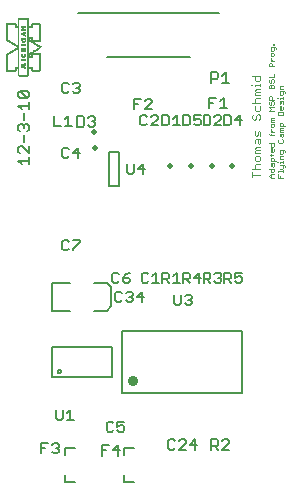
<source format=gto>
G75*
G70*
%OFA0B0*%
%FSLAX24Y24*%
%IPPOS*%
%LPD*%
%AMOC8*
5,1,8,0,0,1.08239X$1,22.5*
%
%ADD10C,0.0040*%
%ADD11C,0.0050*%
%ADD12C,0.0020*%
%ADD13C,0.0080*%
%ADD14C,0.0348*%
%ADD15C,0.0079*%
%ADD16C,0.0197*%
%ADD17R,0.0010X0.0020*%
%ADD18R,0.0010X0.0040*%
%ADD19R,0.0010X0.0610*%
%ADD20R,0.0010X0.0060*%
%ADD21R,0.0010X0.0080*%
%ADD22R,0.0010X0.0090*%
%ADD23R,0.0010X0.0100*%
%ADD24R,0.0010X0.0050*%
%ADD25R,0.0010X0.0140*%
%ADD26R,0.0010X0.0180*%
%ADD27R,0.0010X0.0170*%
%ADD28R,0.0010X0.0160*%
%ADD29R,0.0010X0.1940*%
%ADD30R,0.0010X0.0030*%
%ADD31R,0.0010X0.0110*%
%ADD32R,0.0010X0.0130*%
%ADD33R,0.0010X0.0070*%
%ADD34R,0.0010X0.0150*%
%ADD35R,0.0010X0.0120*%
%ADD36R,0.0010X0.0580*%
%ADD37R,0.0010X0.0570*%
%ADD38R,0.0010X0.0560*%
D10*
X010092Y012405D02*
X010092Y012578D01*
X010092Y012491D02*
X010353Y012491D01*
X010353Y012681D02*
X010092Y012681D01*
X010179Y012724D02*
X010179Y012811D01*
X010223Y012854D01*
X010353Y012854D01*
X010309Y012957D02*
X010223Y012957D01*
X010179Y013001D01*
X010179Y013087D01*
X010223Y013131D01*
X010309Y013131D01*
X010353Y013087D01*
X010353Y013001D01*
X010309Y012957D01*
X010179Y012724D02*
X010223Y012681D01*
X010179Y013233D02*
X010179Y013277D01*
X010223Y013320D01*
X010179Y013363D01*
X010223Y013407D01*
X010353Y013407D01*
X010353Y013320D02*
X010223Y013320D01*
X010179Y013233D02*
X010353Y013233D01*
X010309Y013510D02*
X010266Y013553D01*
X010266Y013683D01*
X010223Y013683D02*
X010353Y013683D01*
X010353Y013553D01*
X010309Y013510D01*
X010179Y013553D02*
X010179Y013640D01*
X010223Y013683D01*
X010223Y013786D02*
X010179Y013829D01*
X010179Y013959D01*
X010266Y013916D02*
X010266Y013829D01*
X010223Y013786D01*
X010353Y013786D02*
X010353Y013916D01*
X010309Y013959D01*
X010266Y013916D01*
X010309Y014338D02*
X010353Y014382D01*
X010353Y014468D01*
X010309Y014512D01*
X010266Y014512D01*
X010223Y014468D01*
X010223Y014382D01*
X010179Y014338D01*
X010136Y014338D01*
X010092Y014382D01*
X010092Y014468D01*
X010136Y014512D01*
X010223Y014614D02*
X010309Y014614D01*
X010353Y014658D01*
X010353Y014788D01*
X010353Y014891D02*
X010092Y014891D01*
X010179Y014934D02*
X010179Y015021D01*
X010223Y015064D01*
X010353Y015064D01*
X010353Y015167D02*
X010179Y015167D01*
X010179Y015210D01*
X010223Y015254D01*
X010179Y015297D01*
X010223Y015340D01*
X010353Y015340D01*
X010353Y015254D02*
X010223Y015254D01*
X010179Y015443D02*
X010179Y015486D01*
X010353Y015486D01*
X010353Y015443D02*
X010353Y015530D01*
X010309Y015627D02*
X010223Y015627D01*
X010179Y015671D01*
X010179Y015801D01*
X010092Y015801D02*
X010353Y015801D01*
X010353Y015671D01*
X010309Y015627D01*
X010092Y015486D02*
X010049Y015486D01*
X010179Y014934D02*
X010223Y014891D01*
X010179Y014788D02*
X010179Y014658D01*
X010223Y014614D01*
D11*
X003051Y003552D02*
X003051Y003208D01*
X003051Y003380D02*
X003165Y003380D01*
X003051Y003552D02*
X003280Y003552D01*
X003413Y003494D02*
X003470Y003552D01*
X003585Y003552D01*
X003642Y003494D01*
X003642Y003437D01*
X003585Y003380D01*
X003642Y003322D01*
X003642Y003265D01*
X003585Y003208D01*
X003470Y003208D01*
X003413Y003265D01*
X003528Y003380D02*
X003585Y003380D01*
X003599Y004315D02*
X003713Y004315D01*
X003771Y004373D01*
X003771Y004659D01*
X003904Y004545D02*
X004019Y004659D01*
X004019Y004315D01*
X004133Y004315D02*
X003904Y004315D01*
X003599Y004315D02*
X003541Y004373D01*
X003541Y004659D01*
X005080Y003478D02*
X005080Y003134D01*
X005080Y003306D02*
X005195Y003306D01*
X005080Y003478D02*
X005309Y003478D01*
X005443Y003306D02*
X005672Y003306D01*
X005615Y003134D02*
X005615Y003478D01*
X005443Y003306D01*
X005400Y003922D02*
X005285Y003922D01*
X005228Y003979D01*
X005228Y004208D01*
X005285Y004266D01*
X005400Y004266D01*
X005457Y004208D01*
X005590Y004266D02*
X005590Y004094D01*
X005705Y004151D01*
X005762Y004151D01*
X005820Y004094D01*
X005820Y003979D01*
X005762Y003922D01*
X005648Y003922D01*
X005590Y003979D01*
X005457Y003979D02*
X005400Y003922D01*
X005590Y004266D02*
X005820Y004266D01*
X007277Y003618D02*
X007277Y003388D01*
X007334Y003331D01*
X007449Y003331D01*
X007506Y003388D01*
X007639Y003331D02*
X007868Y003560D01*
X007868Y003618D01*
X007811Y003675D01*
X007696Y003675D01*
X007639Y003618D01*
X007506Y003618D02*
X007449Y003675D01*
X007334Y003675D01*
X007277Y003618D01*
X007639Y003331D02*
X007868Y003331D01*
X008002Y003503D02*
X008231Y003503D01*
X008174Y003331D02*
X008174Y003675D01*
X008002Y003503D01*
X008722Y003446D02*
X008894Y003446D01*
X008951Y003503D01*
X008951Y003618D01*
X008894Y003675D01*
X008722Y003675D01*
X008722Y003331D01*
X008837Y003446D02*
X008951Y003331D01*
X009084Y003331D02*
X009314Y003560D01*
X009314Y003618D01*
X009256Y003675D01*
X009142Y003675D01*
X009084Y003618D01*
X009084Y003331D02*
X009314Y003331D01*
X008013Y008154D02*
X007898Y008154D01*
X007841Y008211D01*
X007708Y008211D02*
X007708Y008498D01*
X007841Y008440D02*
X007898Y008498D01*
X008013Y008498D01*
X008070Y008440D01*
X008070Y008383D01*
X008013Y008326D01*
X008070Y008268D01*
X008070Y008211D01*
X008013Y008154D01*
X008013Y008326D02*
X007956Y008326D01*
X007708Y008211D02*
X007650Y008154D01*
X007536Y008154D01*
X007478Y008211D01*
X007478Y008498D01*
X007447Y008892D02*
X007676Y008892D01*
X007774Y008892D02*
X007774Y009236D01*
X007946Y009236D01*
X008003Y009179D01*
X008003Y009064D01*
X007946Y009007D01*
X007774Y009007D01*
X007888Y009007D02*
X008003Y008892D01*
X008136Y009064D02*
X008365Y009064D01*
X008463Y009007D02*
X008635Y009007D01*
X008692Y009064D01*
X008692Y009179D01*
X008635Y009236D01*
X008463Y009236D01*
X008463Y008892D01*
X008308Y008892D02*
X008308Y009236D01*
X008136Y009064D01*
X008577Y009007D02*
X008692Y008892D01*
X008825Y008949D02*
X008882Y008892D01*
X008997Y008892D01*
X009054Y008949D01*
X009054Y009007D01*
X008997Y009064D01*
X008940Y009064D01*
X008997Y009064D02*
X009054Y009121D01*
X009054Y009179D01*
X008997Y009236D01*
X008882Y009236D01*
X008825Y009179D01*
X009152Y009236D02*
X009152Y008892D01*
X009152Y009007D02*
X009324Y009007D01*
X009381Y009064D01*
X009381Y009179D01*
X009324Y009236D01*
X009152Y009236D01*
X009266Y009007D02*
X009381Y008892D01*
X009514Y008949D02*
X009571Y008892D01*
X009686Y008892D01*
X009743Y008949D01*
X009743Y009064D01*
X009686Y009121D01*
X009629Y009121D01*
X009514Y009064D01*
X009514Y009236D01*
X009743Y009236D01*
X007562Y009236D02*
X007562Y008892D01*
X007447Y009121D02*
X007562Y009236D01*
X007314Y009179D02*
X007314Y009064D01*
X007257Y009007D01*
X007085Y009007D01*
X007199Y009007D02*
X007314Y008892D01*
X007314Y009179D02*
X007257Y009236D01*
X007085Y009236D01*
X007085Y008892D01*
X006987Y008892D02*
X006758Y008892D01*
X006873Y008892D02*
X006873Y009236D01*
X006758Y009121D01*
X006625Y009179D02*
X006568Y009236D01*
X006453Y009236D01*
X006396Y009179D01*
X006396Y008949D01*
X006453Y008892D01*
X006568Y008892D01*
X006625Y008949D01*
X006407Y008596D02*
X006235Y008424D01*
X006464Y008424D01*
X006407Y008252D02*
X006407Y008596D01*
X006102Y008539D02*
X006102Y008482D01*
X006044Y008424D01*
X006102Y008367D01*
X006102Y008310D01*
X006044Y008252D01*
X005930Y008252D01*
X005872Y008310D01*
X005739Y008310D02*
X005682Y008252D01*
X005567Y008252D01*
X005510Y008310D01*
X005510Y008539D01*
X005567Y008596D01*
X005682Y008596D01*
X005739Y008539D01*
X005872Y008539D02*
X005930Y008596D01*
X006044Y008596D01*
X006102Y008539D01*
X006044Y008424D02*
X005987Y008424D01*
X005946Y008892D02*
X005831Y008892D01*
X005774Y008949D01*
X005774Y009064D01*
X005946Y009064D01*
X006003Y009007D01*
X006003Y008949D01*
X005946Y008892D01*
X005774Y009064D02*
X005889Y009179D01*
X006003Y009236D01*
X005641Y009179D02*
X005583Y009236D01*
X005469Y009236D01*
X005411Y009179D01*
X005411Y008949D01*
X005469Y008892D01*
X005583Y008892D01*
X005641Y008949D01*
X004340Y010267D02*
X004107Y010033D01*
X004107Y009975D01*
X003972Y010033D02*
X003913Y009975D01*
X003797Y009975D01*
X003738Y010033D01*
X003738Y010267D01*
X003797Y010325D01*
X003913Y010325D01*
X003972Y010267D01*
X004107Y010325D02*
X004340Y010325D01*
X004340Y010267D01*
X004273Y013057D02*
X004273Y013401D01*
X004101Y013229D01*
X004330Y013229D01*
X003968Y013115D02*
X003910Y013057D01*
X003796Y013057D01*
X003738Y013115D01*
X003738Y013344D01*
X003796Y013401D01*
X003910Y013401D01*
X003968Y013344D01*
X003955Y014110D02*
X003955Y014454D01*
X003841Y014339D01*
X003841Y014110D02*
X004070Y014110D01*
X004255Y014100D02*
X004255Y014444D01*
X004427Y014444D01*
X004484Y014387D01*
X004484Y014157D01*
X004427Y014100D01*
X004255Y014100D01*
X004617Y014157D02*
X004674Y014100D01*
X004789Y014100D01*
X004846Y014157D01*
X004846Y014215D01*
X004789Y014272D01*
X004732Y014272D01*
X004789Y014272D02*
X004846Y014329D01*
X004846Y014387D01*
X004789Y014444D01*
X004674Y014444D01*
X004617Y014387D01*
X004273Y015223D02*
X004158Y015223D01*
X004101Y015280D01*
X003968Y015280D02*
X003910Y015223D01*
X003796Y015223D01*
X003738Y015280D01*
X003738Y015509D01*
X003796Y015567D01*
X003910Y015567D01*
X003968Y015509D01*
X004101Y015509D02*
X004158Y015567D01*
X004273Y015567D01*
X004330Y015509D01*
X004330Y015452D01*
X004273Y015395D01*
X004330Y015337D01*
X004330Y015280D01*
X004273Y015223D01*
X004273Y015395D02*
X004215Y015395D01*
X003478Y014454D02*
X003478Y014110D01*
X003708Y014110D01*
X002638Y014120D02*
X002638Y014003D01*
X002579Y013945D01*
X002463Y014061D02*
X002463Y014120D01*
X002521Y014178D01*
X002579Y014178D01*
X002638Y014120D01*
X002463Y014120D02*
X002404Y014178D01*
X002346Y014178D01*
X002287Y014120D01*
X002287Y014003D01*
X002346Y013945D01*
X002463Y013810D02*
X002463Y013576D01*
X002404Y013442D02*
X002346Y013442D01*
X002287Y013383D01*
X002287Y013266D01*
X002346Y013208D01*
X002404Y013442D02*
X002638Y013208D01*
X002638Y013442D01*
X002638Y013073D02*
X002638Y012840D01*
X002638Y012956D02*
X002287Y012956D01*
X002404Y012840D01*
X002463Y014313D02*
X002463Y014546D01*
X002404Y014681D02*
X002287Y014798D01*
X002638Y014798D01*
X002638Y014681D02*
X002638Y014915D01*
X002579Y015050D02*
X002638Y015108D01*
X002638Y015225D01*
X002579Y015283D01*
X002346Y015283D01*
X002579Y015050D01*
X002346Y015050D01*
X002287Y015108D01*
X002287Y015225D01*
X002346Y015283D01*
X005904Y012860D02*
X005904Y012573D01*
X005961Y012516D01*
X006076Y012516D01*
X006133Y012573D01*
X006133Y012860D01*
X006266Y012688D02*
X006495Y012688D01*
X006438Y012516D02*
X006438Y012860D01*
X006266Y012688D01*
X006404Y014140D02*
X006346Y014197D01*
X006346Y014427D01*
X006404Y014484D01*
X006518Y014484D01*
X006576Y014427D01*
X006709Y014427D02*
X006766Y014484D01*
X006881Y014484D01*
X006938Y014427D01*
X006938Y014369D01*
X006709Y014140D01*
X006938Y014140D01*
X007085Y014140D02*
X007257Y014140D01*
X007314Y014197D01*
X007314Y014427D01*
X007257Y014484D01*
X007085Y014484D01*
X007085Y014140D01*
X007447Y014140D02*
X007676Y014140D01*
X007774Y014140D02*
X007774Y014484D01*
X007946Y014484D01*
X008003Y014427D01*
X008003Y014197D01*
X007946Y014140D01*
X007774Y014140D01*
X007562Y014140D02*
X007562Y014484D01*
X007447Y014369D01*
X008136Y014312D02*
X008251Y014369D01*
X008308Y014369D01*
X008365Y014312D01*
X008365Y014197D01*
X008308Y014140D01*
X008193Y014140D01*
X008136Y014197D01*
X008136Y014312D02*
X008136Y014484D01*
X008365Y014484D01*
X008463Y014484D02*
X008635Y014484D01*
X008692Y014427D01*
X008692Y014197D01*
X008635Y014140D01*
X008463Y014140D01*
X008463Y014484D01*
X008653Y014720D02*
X008653Y015064D01*
X008882Y015064D01*
X009016Y014949D02*
X009130Y015064D01*
X009130Y014720D01*
X009016Y014720D02*
X009245Y014720D01*
X009324Y014484D02*
X009152Y014484D01*
X009152Y014140D01*
X009324Y014140D01*
X009381Y014197D01*
X009381Y014427D01*
X009324Y014484D01*
X009514Y014312D02*
X009743Y014312D01*
X009686Y014140D02*
X009686Y014484D01*
X009514Y014312D01*
X009054Y014369D02*
X009054Y014427D01*
X008997Y014484D01*
X008882Y014484D01*
X008825Y014427D01*
X009054Y014369D02*
X008825Y014140D01*
X009054Y014140D01*
X008768Y014892D02*
X008653Y014892D01*
X008722Y015567D02*
X008722Y015911D01*
X008894Y015911D01*
X008951Y015854D01*
X008951Y015739D01*
X008894Y015682D01*
X008722Y015682D01*
X009084Y015796D02*
X009199Y015911D01*
X009199Y015567D01*
X009084Y015567D02*
X009314Y015567D01*
X006741Y014968D02*
X006684Y015025D01*
X006569Y015025D01*
X006512Y014968D01*
X006379Y015025D02*
X006150Y015025D01*
X006150Y014681D01*
X006150Y014853D02*
X006264Y014853D01*
X006512Y014681D02*
X006741Y014911D01*
X006741Y014968D01*
X006741Y014681D02*
X006512Y014681D01*
X006576Y014197D02*
X006518Y014140D01*
X006404Y014140D01*
D12*
X010633Y013866D02*
X010663Y013836D01*
X010813Y013836D01*
X010813Y013929D02*
X010693Y013929D01*
X010753Y013929D02*
X010693Y013989D01*
X010693Y014019D01*
X010723Y014083D02*
X010693Y014113D01*
X010693Y014173D01*
X010723Y014203D01*
X010783Y014203D01*
X010813Y014173D01*
X010813Y014113D01*
X010783Y014083D01*
X010723Y014083D01*
X010693Y014267D02*
X010693Y014297D01*
X010723Y014327D01*
X010693Y014357D01*
X010723Y014387D01*
X010813Y014387D01*
X010813Y014327D02*
X010723Y014327D01*
X010693Y014267D02*
X010813Y014267D01*
X010933Y014482D02*
X010933Y014572D01*
X010963Y014602D01*
X011083Y014602D01*
X011113Y014572D01*
X011113Y014482D01*
X010933Y014482D01*
X010813Y014635D02*
X010633Y014635D01*
X010693Y014695D01*
X010633Y014755D01*
X010813Y014755D01*
X010783Y014819D02*
X010813Y014849D01*
X010813Y014909D01*
X010783Y014939D01*
X010753Y014939D01*
X010723Y014909D01*
X010723Y014849D01*
X010693Y014819D01*
X010663Y014819D01*
X010633Y014849D01*
X010633Y014909D01*
X010663Y014939D01*
X010633Y015003D02*
X010633Y015093D01*
X010663Y015123D01*
X010723Y015123D01*
X010753Y015093D01*
X010753Y015003D01*
X010813Y015003D02*
X010633Y015003D01*
X010903Y015064D02*
X010933Y015064D01*
X010993Y015064D02*
X011113Y015064D01*
X011113Y015034D02*
X011113Y015094D01*
X011083Y015157D02*
X011113Y015187D01*
X011113Y015277D01*
X011143Y015277D02*
X010993Y015277D01*
X010993Y015187D01*
X011023Y015157D01*
X011083Y015157D01*
X011173Y015217D02*
X011173Y015247D01*
X011143Y015277D01*
X011113Y015341D02*
X010993Y015341D01*
X010993Y015431D01*
X011023Y015461D01*
X011113Y015461D01*
X010993Y015064D02*
X010993Y015034D01*
X010993Y014970D02*
X010993Y014880D01*
X011023Y014850D01*
X011053Y014880D01*
X011053Y014940D01*
X011083Y014970D01*
X011113Y014940D01*
X011113Y014850D01*
X011053Y014786D02*
X011053Y014666D01*
X011083Y014666D02*
X011023Y014666D01*
X010993Y014696D01*
X010993Y014756D01*
X011023Y014786D01*
X011053Y014786D01*
X011113Y014756D02*
X011113Y014696D01*
X011083Y014666D01*
X011083Y014233D02*
X011023Y014233D01*
X010993Y014203D01*
X010993Y014113D01*
X011173Y014113D01*
X011113Y014113D02*
X011113Y014203D01*
X011083Y014233D01*
X011113Y014049D02*
X011023Y014049D01*
X010993Y014019D01*
X011023Y013989D01*
X011113Y013989D01*
X011113Y013929D02*
X010993Y013929D01*
X010993Y013959D01*
X011023Y013989D01*
X011023Y013865D02*
X011113Y013865D01*
X011113Y013775D01*
X011083Y013745D01*
X011053Y013775D01*
X011053Y013865D01*
X011023Y013865D02*
X010993Y013835D01*
X010993Y013775D01*
X010963Y013681D02*
X010933Y013651D01*
X010933Y013591D01*
X010963Y013561D01*
X011083Y013561D01*
X011113Y013591D01*
X011113Y013651D01*
X011083Y013681D01*
X011113Y013313D02*
X011113Y013223D01*
X011083Y013193D01*
X011023Y013193D01*
X010993Y013223D01*
X010993Y013313D01*
X011143Y013313D01*
X011173Y013283D01*
X011173Y013253D01*
X011113Y013129D02*
X011023Y013129D01*
X010993Y013099D01*
X010993Y013009D01*
X011113Y013009D01*
X011113Y012946D02*
X011113Y012886D01*
X011113Y012916D02*
X010993Y012916D01*
X010993Y012886D01*
X010993Y012822D02*
X011143Y012822D01*
X011173Y012792D01*
X011173Y012762D01*
X011113Y012732D02*
X011113Y012822D01*
X011113Y012732D02*
X011083Y012702D01*
X010993Y012702D01*
X010933Y012609D02*
X011113Y012609D01*
X011113Y012579D02*
X011113Y012639D01*
X011023Y012455D02*
X011023Y012395D01*
X011113Y012395D02*
X010933Y012395D01*
X010933Y012515D01*
X010933Y012579D02*
X010933Y012609D01*
X010813Y012609D02*
X010813Y012699D01*
X010633Y012699D01*
X010693Y012699D02*
X010693Y012609D01*
X010723Y012579D01*
X010783Y012579D01*
X010813Y012609D01*
X010813Y012515D02*
X010693Y012515D01*
X010633Y012455D01*
X010693Y012395D01*
X010813Y012395D01*
X010723Y012395D02*
X010723Y012515D01*
X010783Y012763D02*
X010753Y012793D01*
X010753Y012883D01*
X010723Y012883D02*
X010813Y012883D01*
X010813Y012793D01*
X010783Y012763D01*
X010693Y012793D02*
X010693Y012853D01*
X010723Y012883D01*
X010693Y012947D02*
X010693Y013037D01*
X010723Y013067D01*
X010783Y013067D01*
X010813Y013037D01*
X010813Y012947D01*
X010873Y012947D02*
X010693Y012947D01*
X010693Y013131D02*
X010693Y013191D01*
X010663Y013161D02*
X010783Y013161D01*
X010813Y013191D01*
X010783Y013254D02*
X010723Y013254D01*
X010693Y013284D01*
X010693Y013344D01*
X010723Y013374D01*
X010753Y013374D01*
X010753Y013254D01*
X010783Y013254D02*
X010813Y013284D01*
X010813Y013344D01*
X010783Y013438D02*
X010723Y013438D01*
X010693Y013468D01*
X010693Y013558D01*
X010633Y013558D02*
X010813Y013558D01*
X010813Y013468D01*
X010783Y013438D01*
X010723Y013806D02*
X010723Y013866D01*
X010903Y012916D02*
X010933Y012916D01*
X010813Y015372D02*
X010633Y015372D01*
X010633Y015462D01*
X010663Y015492D01*
X010693Y015492D01*
X010723Y015462D01*
X010723Y015372D01*
X010723Y015462D02*
X010753Y015492D01*
X010783Y015492D01*
X010813Y015462D01*
X010813Y015372D01*
X010783Y015556D02*
X010813Y015586D01*
X010813Y015646D01*
X010783Y015676D01*
X010753Y015676D01*
X010723Y015646D01*
X010723Y015586D01*
X010693Y015556D01*
X010663Y015556D01*
X010633Y015586D01*
X010633Y015646D01*
X010663Y015676D01*
X010633Y015740D02*
X010813Y015740D01*
X010813Y015860D01*
X010813Y016108D02*
X010633Y016108D01*
X010633Y016198D01*
X010663Y016228D01*
X010723Y016228D01*
X010753Y016198D01*
X010753Y016108D01*
X010753Y016292D02*
X010693Y016352D01*
X010693Y016382D01*
X010723Y016446D02*
X010693Y016476D01*
X010693Y016536D01*
X010723Y016566D01*
X010783Y016566D01*
X010813Y016536D01*
X010813Y016476D01*
X010783Y016446D01*
X010723Y016446D01*
X010693Y016292D02*
X010813Y016292D01*
X010783Y016630D02*
X010813Y016660D01*
X010813Y016750D01*
X010843Y016750D02*
X010693Y016750D01*
X010693Y016660D01*
X010723Y016630D01*
X010783Y016630D01*
X010873Y016690D02*
X010873Y016720D01*
X010843Y016750D01*
X010813Y016814D02*
X010813Y016844D01*
X010783Y016844D01*
X010783Y016814D01*
X010813Y016814D01*
D13*
X009757Y007282D02*
X005741Y007282D01*
X005741Y005235D01*
X009757Y005235D01*
X009757Y007282D01*
X005386Y008109D02*
X005386Y008739D01*
X005229Y008897D01*
X004796Y008897D01*
X004796Y007952D02*
X005229Y007952D01*
X005386Y008109D01*
X004009Y007952D02*
X003418Y007952D01*
X003418Y008897D01*
X004009Y008897D01*
X003596Y005947D02*
X003598Y005962D01*
X003604Y005975D01*
X003613Y005987D01*
X003624Y005996D01*
X003638Y006002D01*
X003653Y006004D01*
X003668Y006002D01*
X003681Y005996D01*
X003693Y005987D01*
X003702Y005976D01*
X003708Y005962D01*
X003710Y005947D01*
X003708Y005932D01*
X003702Y005919D01*
X003693Y005907D01*
X003682Y005898D01*
X003668Y005892D01*
X003653Y005890D01*
X003638Y005892D01*
X003625Y005898D01*
X003613Y005907D01*
X003604Y005918D01*
X003598Y005932D01*
X003596Y005947D01*
D14*
X006095Y005619D03*
D15*
X005402Y005759D02*
X003402Y005759D01*
X003402Y006759D01*
X005402Y006759D01*
X005402Y005759D01*
X005815Y003374D02*
X005815Y003154D01*
X005815Y003374D02*
X006135Y003374D01*
X005815Y002474D02*
X005815Y002254D01*
X006135Y002254D01*
X004167Y002254D02*
X003847Y002254D01*
X003847Y002474D01*
X003847Y003154D02*
X003847Y003374D01*
X004167Y003374D01*
X005316Y012117D02*
X005316Y013259D01*
X005654Y013259D01*
X005654Y012117D01*
X005316Y012117D01*
X005245Y016408D02*
X008001Y016408D01*
X008985Y017885D02*
X004260Y017885D01*
D16*
X004796Y013921D03*
X004855Y013377D03*
X007355Y012786D03*
X008044Y012786D03*
X008733Y012786D03*
X009422Y012786D03*
D17*
X003063Y016740D03*
X002513Y016500D03*
X002453Y016500D03*
X002543Y016120D03*
X002553Y016120D03*
D18*
X002523Y016120D03*
X002523Y016060D03*
X002533Y016060D03*
X002543Y016050D03*
X002553Y016050D03*
X002513Y016060D03*
X002503Y016060D03*
X002493Y016060D03*
X002423Y016080D03*
X002413Y016080D03*
X002413Y016170D03*
X002423Y016170D03*
X002433Y016170D03*
X002493Y016180D03*
X002523Y016190D03*
X002533Y016190D03*
X002533Y016310D03*
X002543Y016310D03*
X002553Y016310D03*
X002523Y016310D03*
X002513Y016310D03*
X002503Y016310D03*
X002493Y016310D03*
X002483Y016310D03*
X002473Y016310D03*
X002463Y016310D03*
X002453Y016310D03*
X002443Y016310D03*
X002433Y016310D03*
X002423Y016310D03*
X002413Y016310D03*
X002463Y016420D03*
X002473Y016420D03*
X002483Y016420D03*
X002493Y016420D03*
X002453Y016430D03*
X002453Y016610D03*
X002463Y016610D03*
X002443Y016610D03*
X002433Y016610D03*
X002423Y016610D03*
X002413Y016610D03*
X002503Y016610D03*
X002513Y016610D03*
X002523Y016610D03*
X002533Y016610D03*
X002543Y016610D03*
X002553Y016610D03*
X002553Y016700D03*
X002543Y016700D03*
X002533Y016700D03*
X002523Y016700D03*
X002513Y016700D03*
X002503Y016700D03*
X002463Y016700D03*
X002453Y016700D03*
X002443Y016700D03*
X002433Y016700D03*
X002423Y016700D03*
X002413Y016700D03*
X002413Y016810D03*
X002423Y016810D03*
X002433Y016810D03*
X002443Y016810D03*
X002453Y016810D03*
X002463Y016810D03*
X002473Y016810D03*
X002483Y016810D03*
X002493Y016810D03*
X002503Y016810D03*
X002513Y016810D03*
X002523Y016810D03*
X002533Y016810D03*
X002543Y016810D03*
X002553Y016810D03*
X002503Y016920D03*
X002493Y016920D03*
X002483Y016920D03*
X002473Y016920D03*
X002463Y016920D03*
X002453Y016930D03*
X002513Y016930D03*
X002513Y017020D03*
X002503Y017030D03*
X002543Y017120D03*
X002553Y017120D03*
X002533Y017130D03*
X002493Y017140D03*
X002473Y017150D03*
X002463Y017150D03*
X002463Y017200D03*
X002473Y017200D03*
X002493Y017210D03*
X002533Y017220D03*
X002543Y017230D03*
X002553Y017230D03*
X002553Y017320D03*
X002543Y017320D03*
X002533Y017320D03*
X002523Y017320D03*
X002513Y017320D03*
X002503Y017320D03*
X002493Y017320D03*
X002483Y017320D03*
X002473Y017320D03*
X002483Y017380D03*
X002483Y017430D03*
X002473Y017430D03*
X002463Y017430D03*
X002453Y017430D03*
X002443Y017430D03*
X002433Y017430D03*
X002423Y017430D03*
X002413Y017430D03*
X002543Y017430D03*
X002553Y017430D03*
X002663Y017420D03*
X002673Y017420D03*
X002683Y017420D03*
X002693Y017420D03*
X002703Y017420D03*
X002713Y017420D03*
X002723Y017420D03*
X002773Y017520D03*
X002783Y017520D03*
X002793Y017520D03*
X002803Y017520D03*
X002813Y017520D03*
X002823Y017520D03*
X002833Y017520D03*
X002843Y017520D03*
X002853Y017520D03*
X002863Y017520D03*
X002873Y017520D03*
X002883Y017520D03*
X002893Y017520D03*
X002903Y017520D03*
X002913Y017520D03*
X002923Y017520D03*
X002933Y017520D03*
X002943Y017520D03*
X002953Y017520D03*
X002963Y017520D03*
X002973Y017520D03*
X002983Y017520D03*
X002993Y017520D03*
X003003Y017520D03*
X002723Y017050D03*
X002713Y017050D03*
X002703Y017050D03*
X002693Y017050D03*
X002683Y017050D03*
X002673Y017050D03*
X002663Y017050D03*
X002663Y016980D03*
X002673Y016970D03*
X002693Y016960D03*
X002703Y016950D03*
X002723Y016940D03*
X002793Y016950D03*
X002803Y016950D03*
X002813Y016950D03*
X002823Y016950D03*
X002833Y016950D03*
X002843Y016950D03*
X002853Y016950D03*
X002863Y016950D03*
X002873Y016950D03*
X002883Y016950D03*
X002893Y016950D03*
X002903Y016950D03*
X002913Y016950D03*
X002923Y016950D03*
X002933Y016950D03*
X002943Y016950D03*
X002953Y016950D03*
X002963Y016950D03*
X002973Y016950D03*
X002983Y016950D03*
X002993Y016950D03*
X003003Y016950D03*
X002933Y016810D03*
X002983Y016780D03*
X002983Y016700D03*
X002933Y016670D03*
X002853Y016620D03*
X002803Y016590D03*
X002803Y016530D03*
X002813Y016530D03*
X002823Y016530D03*
X002833Y016530D03*
X002843Y016530D03*
X002853Y016530D03*
X002863Y016530D03*
X002873Y016530D03*
X002883Y016530D03*
X002893Y016530D03*
X002903Y016530D03*
X002913Y016530D03*
X002923Y016530D03*
X002933Y016530D03*
X002943Y016530D03*
X002953Y016530D03*
X002963Y016530D03*
X002973Y016530D03*
X002983Y016530D03*
X002993Y016530D03*
X003003Y016530D03*
X003053Y016740D03*
X002883Y016840D03*
X002853Y016860D03*
X002803Y016890D03*
X002723Y016540D03*
X002703Y016530D03*
X002693Y016520D03*
X002673Y016510D03*
X002663Y016500D03*
X002663Y016430D03*
X002673Y016430D03*
X002683Y016430D03*
X002693Y016430D03*
X002703Y016430D03*
X002713Y016430D03*
X002723Y016430D03*
X002793Y016530D03*
X002723Y016060D03*
X002713Y016060D03*
X002703Y016060D03*
X002693Y016060D03*
X002683Y016060D03*
X002673Y016060D03*
X002663Y016060D03*
X002773Y015960D03*
X002783Y015960D03*
X002793Y015960D03*
X002803Y015960D03*
X002813Y015960D03*
X002823Y015960D03*
X002833Y015960D03*
X002843Y015960D03*
X002853Y015960D03*
X002863Y015960D03*
X002873Y015960D03*
X002883Y015960D03*
X002893Y015960D03*
X002903Y015960D03*
X002913Y015960D03*
X002923Y015960D03*
X002933Y015960D03*
X002943Y015960D03*
X002953Y015960D03*
X002963Y015960D03*
X002973Y015960D03*
X002983Y015960D03*
X002993Y015960D03*
X003003Y015960D03*
X002613Y015790D03*
X002603Y015790D03*
X002593Y015790D03*
X002583Y015790D03*
X002573Y015790D03*
X002563Y015790D03*
X002553Y015790D03*
X002543Y015790D03*
X002533Y015790D03*
X002523Y015790D03*
X002513Y015790D03*
X002503Y015790D03*
X002493Y015790D03*
X002483Y015790D03*
X002473Y015790D03*
X002463Y015790D03*
X002453Y015790D03*
X002443Y015790D03*
X002433Y015790D03*
X002423Y015790D03*
X002413Y015790D03*
X002403Y015790D03*
X002393Y015790D03*
X002383Y015790D03*
X002373Y015790D03*
X002363Y015790D03*
X002353Y015790D03*
X002343Y015790D03*
X002333Y015790D03*
X002193Y015970D03*
X002183Y015970D03*
X002173Y015970D03*
X002163Y015970D03*
X002153Y015970D03*
X002143Y015970D03*
X002133Y015970D03*
X002123Y015970D03*
X002113Y015970D03*
X002103Y015970D03*
X002093Y015970D03*
X002083Y015970D03*
X002073Y015970D03*
X002063Y015970D03*
X002053Y015970D03*
X002043Y015970D03*
X002033Y015970D03*
X002023Y015970D03*
X002013Y015970D03*
X002003Y015970D03*
X001993Y015970D03*
X001983Y015970D03*
X001973Y015970D03*
X001963Y015970D03*
X001953Y015970D03*
X001963Y016520D03*
X001973Y016530D03*
X001983Y016530D03*
X001993Y016540D03*
X002013Y016550D03*
X002023Y016560D03*
X002033Y016560D03*
X002043Y016570D03*
X002063Y016580D03*
X002073Y016590D03*
X002083Y016590D03*
X002093Y016600D03*
X002113Y016610D03*
X002163Y016640D03*
X002193Y016660D03*
X002213Y016670D03*
X002233Y016680D03*
X002253Y016690D03*
X002263Y016700D03*
X002283Y016710D03*
X002283Y016770D03*
X002263Y016780D03*
X002253Y016790D03*
X002233Y016800D03*
X002223Y016810D03*
X002213Y016810D03*
X002203Y016820D03*
X002183Y016830D03*
X002173Y016840D03*
X002163Y016840D03*
X002153Y016850D03*
X002133Y016860D03*
X002123Y016870D03*
X002103Y016880D03*
X002083Y016890D03*
X002063Y016900D03*
X002043Y016910D03*
X002033Y016920D03*
X002013Y016930D03*
X002003Y016940D03*
X001993Y016940D03*
X001983Y016950D03*
X001973Y016950D03*
X001963Y016960D03*
X002243Y017420D03*
X002253Y017420D03*
X002263Y017420D03*
X002273Y017420D03*
X002283Y017420D03*
X002193Y017510D03*
X002183Y017510D03*
X002173Y017510D03*
X002163Y017510D03*
X002153Y017510D03*
X002143Y017510D03*
X002133Y017510D03*
X002123Y017510D03*
X002113Y017510D03*
X002103Y017510D03*
X002093Y017510D03*
X002083Y017510D03*
X002073Y017510D03*
X002063Y017510D03*
X002053Y017510D03*
X002043Y017510D03*
X002033Y017510D03*
X002023Y017510D03*
X002013Y017510D03*
X002003Y017510D03*
X001993Y017510D03*
X001983Y017510D03*
X001973Y017510D03*
X001963Y017510D03*
X001953Y017510D03*
X002333Y017690D03*
X002343Y017690D03*
X002353Y017690D03*
X002363Y017690D03*
X002373Y017690D03*
X002383Y017690D03*
X002393Y017690D03*
X002403Y017690D03*
X002413Y017690D03*
X002423Y017690D03*
X002433Y017690D03*
X002443Y017690D03*
X002453Y017690D03*
X002463Y017690D03*
X002473Y017690D03*
X002483Y017690D03*
X002493Y017690D03*
X002503Y017690D03*
X002513Y017690D03*
X002523Y017690D03*
X002533Y017690D03*
X002543Y017690D03*
X002553Y017690D03*
X002563Y017690D03*
X002573Y017690D03*
X002583Y017690D03*
X002593Y017690D03*
X002603Y017690D03*
X002613Y017690D03*
X002283Y016060D03*
X002273Y016060D03*
X002263Y016060D03*
X002253Y016060D03*
X002243Y016060D03*
D19*
X003013Y016245D03*
X003023Y016245D03*
X003033Y016245D03*
X003043Y016245D03*
X003043Y017235D03*
X003033Y017235D03*
X003023Y017235D03*
X003013Y017235D03*
D20*
X003033Y016740D03*
X003043Y016740D03*
X002553Y016980D03*
X002433Y017180D03*
X002433Y017330D03*
X002523Y017420D03*
X002503Y016120D03*
X002493Y016120D03*
X002463Y016080D03*
X002453Y016080D03*
X002443Y016080D03*
D21*
X002423Y016470D03*
X002543Y016470D03*
X002773Y016550D03*
X002773Y016930D03*
X003023Y016740D03*
X002503Y017410D03*
X002453Y017340D03*
D22*
X002463Y017345D03*
X002493Y017405D03*
X002543Y016975D03*
X002783Y016925D03*
X002783Y016555D03*
X002533Y016465D03*
X002433Y016465D03*
X003013Y016735D03*
D23*
X003003Y016740D03*
X002523Y016460D03*
X002443Y016460D03*
X002423Y016980D03*
D24*
X002443Y017015D03*
X002523Y017015D03*
X002523Y016935D03*
X002443Y016935D03*
X002273Y016775D03*
X002243Y016795D03*
X002193Y016825D03*
X002143Y016855D03*
X002113Y016875D03*
X002093Y016885D03*
X002073Y016895D03*
X002053Y016905D03*
X002023Y016925D03*
X001953Y016965D03*
X002103Y016605D03*
X002123Y016615D03*
X002133Y016625D03*
X002143Y016625D03*
X002153Y016635D03*
X002173Y016645D03*
X002183Y016655D03*
X002203Y016665D03*
X002223Y016675D03*
X002243Y016685D03*
X002273Y016705D03*
X002413Y016475D03*
X002503Y016425D03*
X002513Y016435D03*
X002553Y016475D03*
X002683Y016515D03*
X002713Y016535D03*
X002793Y016585D03*
X002813Y016595D03*
X002823Y016605D03*
X002833Y016605D03*
X002843Y016615D03*
X002863Y016625D03*
X002873Y016635D03*
X002883Y016635D03*
X002893Y016645D03*
X002903Y016655D03*
X002913Y016655D03*
X002923Y016665D03*
X002943Y016675D03*
X002953Y016685D03*
X002963Y016685D03*
X002973Y016695D03*
X002993Y016705D03*
X002993Y016775D03*
X002973Y016785D03*
X002963Y016795D03*
X002953Y016795D03*
X002943Y016805D03*
X002923Y016815D03*
X002913Y016825D03*
X002903Y016825D03*
X002893Y016835D03*
X002873Y016845D03*
X002863Y016855D03*
X002843Y016865D03*
X002833Y016875D03*
X002823Y016875D03*
X002813Y016885D03*
X002793Y016895D03*
X002713Y016945D03*
X002683Y016965D03*
X002423Y017175D03*
X002413Y017175D03*
X002413Y017325D03*
X002423Y017325D03*
X002473Y017375D03*
X002533Y017425D03*
X002053Y016575D03*
X002003Y016545D03*
X001953Y016515D03*
X002443Y016165D03*
X002453Y016165D03*
X002503Y016185D03*
X002513Y016185D03*
X002543Y016195D03*
X002553Y016195D03*
X002513Y016125D03*
X002433Y016075D03*
D25*
X002733Y016010D03*
X002743Y016010D03*
X002753Y016010D03*
X002763Y016010D03*
X002753Y017470D03*
X002763Y017470D03*
X002743Y017470D03*
X002733Y017470D03*
D26*
X002763Y016980D03*
X002763Y016500D03*
D27*
X002753Y016495D03*
X002753Y016985D03*
D28*
X002743Y016990D03*
X002733Y016990D03*
X002733Y016490D03*
X002743Y016490D03*
D29*
X002653Y016740D03*
X002643Y016740D03*
X002633Y016740D03*
X002623Y016740D03*
X002323Y016740D03*
X002313Y016740D03*
X002303Y016740D03*
X002293Y016740D03*
D30*
X002453Y017015D03*
X002483Y017145D03*
X002483Y017205D03*
X002533Y016125D03*
D31*
X002533Y016975D03*
X002503Y017175D03*
D32*
X002513Y017175D03*
X002523Y017175D03*
X002493Y016655D03*
X002483Y016655D03*
X002473Y016655D03*
X002233Y016015D03*
X002223Y016015D03*
X002213Y016015D03*
X002203Y016015D03*
X002203Y017465D03*
X002213Y017465D03*
X002223Y017465D03*
X002233Y017465D03*
D33*
X002443Y017335D03*
X002513Y017415D03*
X002453Y017175D03*
X002443Y017175D03*
X002473Y017015D03*
X002483Y017015D03*
X002493Y017015D03*
X002413Y016975D03*
X002463Y016165D03*
X002473Y016165D03*
X002473Y016085D03*
D34*
X002483Y016125D03*
D35*
X002433Y016980D03*
D36*
X001943Y017240D03*
X001943Y016240D03*
D37*
X001933Y016235D03*
X001923Y016235D03*
X001923Y017245D03*
X001933Y017245D03*
D38*
X001913Y017250D03*
X001913Y016230D03*
M02*

</source>
